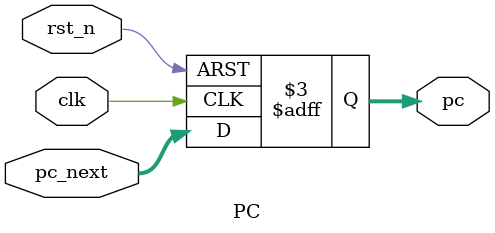
<source format=v>

module PC (clk,rst_n,pc_next ,pc );
 
//----------Define_parameter----------//

parameter WIDTH= 32 ;
//----------Input_Declaration----------//

input clk,rst_n;
input [WIDTH-1 : 0] pc_next ;


//----------Output_Declaration----------//

output reg   [WIDTH-1 : 0] pc ;
//----------Operations----------//
always@(posedge clk or negedge rst_n)
begin
	if(!rst_n)
		 begin
			pc<=32'h0 ; // 32'h1000; it is assume 
		 end
	else
		 begin
		 pc<=pc_next;
		 end
end
endmodule
</source>
